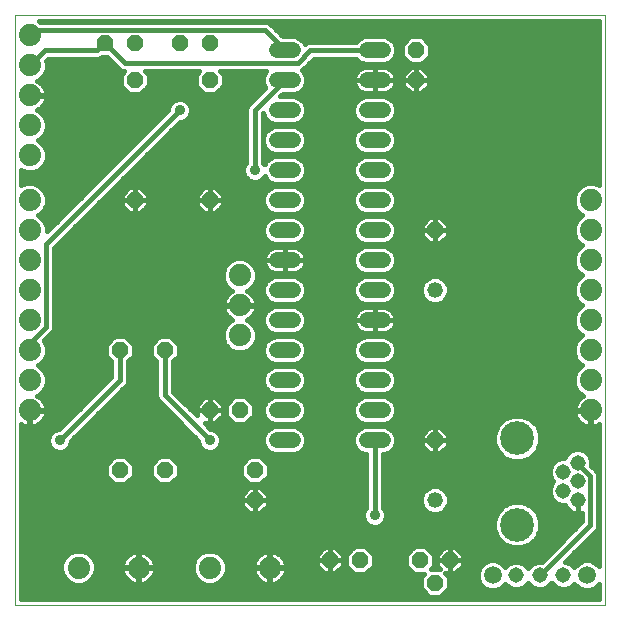
<source format=gbl>
G75*
%MOIN*%
%OFA0B0*%
%FSLAX25Y25*%
%IPPOS*%
%LPD*%
%AMOC8*
5,1,8,0,0,1.08239X$1,22.5*
%
%ADD10C,0.00000*%
%ADD11OC8,0.05200*%
%ADD12C,0.05200*%
%ADD13C,0.07400*%
%ADD14C,0.05150*%
%ADD15C,0.11220*%
%ADD16C,0.05937*%
%ADD17C,0.05200*%
%ADD18C,0.01600*%
%ADD19C,0.03562*%
D10*
X0006800Y0007548D02*
X0006800Y0204398D01*
X0203650Y0204398D01*
X0203650Y0007548D01*
X0006800Y0007548D01*
D11*
X0041800Y0052548D03*
X0056800Y0052548D03*
X0071800Y0072548D03*
X0081800Y0072548D03*
X0086800Y0052548D03*
X0086800Y0042548D03*
X0111800Y0022548D03*
X0121800Y0022548D03*
X0141800Y0022548D03*
X0146800Y0015048D03*
X0151800Y0022548D03*
X0146800Y0062548D03*
X0146800Y0132548D03*
X0140550Y0182548D03*
X0140550Y0192548D03*
X0071800Y0195048D03*
X0061800Y0195048D03*
X0071800Y0182548D03*
X0046800Y0182548D03*
X0046800Y0195048D03*
X0036800Y0195048D03*
X0046800Y0142548D03*
X0071800Y0142548D03*
X0056800Y0092548D03*
X0041800Y0092548D03*
D12*
X0094200Y0092548D02*
X0099400Y0092548D01*
X0099400Y0102548D02*
X0094200Y0102548D01*
X0094200Y0112548D02*
X0099400Y0112548D01*
X0099400Y0122548D02*
X0094200Y0122548D01*
X0094200Y0132548D02*
X0099400Y0132548D01*
X0099400Y0142548D02*
X0094200Y0142548D01*
X0094200Y0152548D02*
X0099400Y0152548D01*
X0099400Y0162548D02*
X0094200Y0162548D01*
X0094200Y0172548D02*
X0099400Y0172548D01*
X0099400Y0182548D02*
X0094200Y0182548D01*
X0094200Y0192548D02*
X0099400Y0192548D01*
X0124200Y0192548D02*
X0129400Y0192548D01*
X0129400Y0182548D02*
X0124200Y0182548D01*
X0124200Y0172548D02*
X0129400Y0172548D01*
X0129400Y0162548D02*
X0124200Y0162548D01*
X0124200Y0152548D02*
X0129400Y0152548D01*
X0129400Y0142548D02*
X0124200Y0142548D01*
X0124200Y0132548D02*
X0129400Y0132548D01*
X0129400Y0122548D02*
X0124200Y0122548D01*
X0124200Y0112548D02*
X0129400Y0112548D01*
X0129400Y0102548D02*
X0124200Y0102548D01*
X0124200Y0092548D02*
X0129400Y0092548D01*
X0129400Y0082548D02*
X0124200Y0082548D01*
X0124200Y0072548D02*
X0129400Y0072548D01*
X0129400Y0062548D02*
X0124200Y0062548D01*
X0099400Y0062548D02*
X0094200Y0062548D01*
X0094200Y0072548D02*
X0099400Y0072548D01*
X0099400Y0082548D02*
X0094200Y0082548D01*
D13*
X0081800Y0097548D03*
X0081800Y0107548D03*
X0081800Y0117548D03*
X0011800Y0112548D03*
X0011800Y0102548D03*
X0011800Y0092548D03*
X0011800Y0082548D03*
X0011800Y0072548D03*
X0011800Y0122548D03*
X0011800Y0132548D03*
X0011800Y0142548D03*
X0011800Y0157548D03*
X0011800Y0167548D03*
X0011800Y0177548D03*
X0011800Y0187548D03*
X0011800Y0197548D03*
X0028050Y0020048D03*
X0048050Y0020048D03*
X0071800Y0020048D03*
X0091800Y0020048D03*
X0198800Y0072548D03*
X0198800Y0082548D03*
X0198800Y0092548D03*
X0198800Y0102548D03*
X0198800Y0112548D03*
X0198800Y0122548D03*
X0198800Y0132548D03*
X0198800Y0142548D03*
D14*
X0194379Y0055097D03*
X0189654Y0051948D03*
X0194379Y0048798D03*
X0189654Y0045648D03*
X0194379Y0042499D03*
X0189674Y0017548D03*
X0181800Y0017548D03*
X0173926Y0017548D03*
D15*
X0174300Y0034428D03*
X0174300Y0063168D03*
D16*
X0166052Y0017548D03*
X0197548Y0017548D03*
D17*
X0146800Y0042548D03*
X0146800Y0112548D03*
D18*
X0148454Y0108254D02*
X0195033Y0108254D01*
X0195571Y0107716D02*
X0195976Y0107548D01*
X0195571Y0107380D01*
X0193968Y0105777D01*
X0193100Y0103682D01*
X0193100Y0101414D01*
X0193968Y0099319D01*
X0195571Y0097716D01*
X0195976Y0097548D01*
X0195571Y0097380D01*
X0193968Y0095777D01*
X0193100Y0093682D01*
X0193100Y0091414D01*
X0193968Y0089319D01*
X0195571Y0087716D01*
X0195976Y0087548D01*
X0195571Y0087380D01*
X0193968Y0085777D01*
X0193100Y0083682D01*
X0193100Y0081414D01*
X0193968Y0079319D01*
X0195571Y0077716D01*
X0196264Y0077429D01*
X0195917Y0077252D01*
X0195217Y0076743D01*
X0194605Y0076131D01*
X0194096Y0075431D01*
X0193703Y0074659D01*
X0193435Y0073836D01*
X0193300Y0072981D01*
X0193300Y0072748D01*
X0198600Y0072748D01*
X0198600Y0072348D01*
X0199000Y0072348D01*
X0199000Y0067048D01*
X0199233Y0067048D01*
X0200088Y0067183D01*
X0200911Y0067451D01*
X0201650Y0067828D01*
X0201650Y0020472D01*
X0200362Y0021760D01*
X0198536Y0022517D01*
X0196560Y0022517D01*
X0194734Y0021760D01*
X0193336Y0020362D01*
X0193334Y0020358D01*
X0192265Y0021426D01*
X0190584Y0022123D01*
X0190335Y0022123D01*
X0200927Y0032716D01*
X0201354Y0033745D01*
X0201354Y0051084D01*
X0200927Y0052113D01*
X0200140Y0052901D01*
X0198924Y0054116D01*
X0198954Y0054187D01*
X0198954Y0056007D01*
X0198257Y0057689D01*
X0196970Y0058976D01*
X0195289Y0059672D01*
X0193469Y0059672D01*
X0191787Y0058976D01*
X0190500Y0057689D01*
X0190017Y0056522D01*
X0188744Y0056522D01*
X0187063Y0055826D01*
X0185776Y0054539D01*
X0185080Y0052858D01*
X0185080Y0051038D01*
X0185776Y0049356D01*
X0186334Y0048798D01*
X0185776Y0048240D01*
X0185080Y0046558D01*
X0185080Y0044738D01*
X0185776Y0043057D01*
X0187063Y0041770D01*
X0188744Y0041074D01*
X0190242Y0041074D01*
X0190324Y0040819D01*
X0190637Y0040206D01*
X0191042Y0039649D01*
X0191529Y0039162D01*
X0192086Y0038757D01*
X0192699Y0038445D01*
X0193354Y0038232D01*
X0194034Y0038124D01*
X0194379Y0038124D01*
X0194723Y0038124D01*
X0195403Y0038232D01*
X0195754Y0038346D01*
X0195754Y0035461D01*
X0182415Y0022123D01*
X0180890Y0022123D01*
X0179209Y0021426D01*
X0177922Y0020139D01*
X0177863Y0019998D01*
X0177804Y0020139D01*
X0176517Y0021426D01*
X0174836Y0022123D01*
X0173016Y0022123D01*
X0171335Y0021426D01*
X0170266Y0020358D01*
X0170264Y0020362D01*
X0168866Y0021760D01*
X0167040Y0022517D01*
X0165064Y0022517D01*
X0163238Y0021760D01*
X0161840Y0020362D01*
X0161083Y0018536D01*
X0161083Y0016560D01*
X0161840Y0014734D01*
X0163238Y0013336D01*
X0165064Y0012580D01*
X0167040Y0012580D01*
X0168866Y0013336D01*
X0170264Y0014734D01*
X0170266Y0014738D01*
X0171335Y0013670D01*
X0173016Y0012973D01*
X0174836Y0012973D01*
X0176517Y0013670D01*
X0177804Y0014957D01*
X0177863Y0015098D01*
X0177922Y0014957D01*
X0179209Y0013670D01*
X0180890Y0012973D01*
X0182710Y0012973D01*
X0184391Y0013670D01*
X0185678Y0014957D01*
X0185737Y0015098D01*
X0185796Y0014957D01*
X0187083Y0013670D01*
X0188764Y0012973D01*
X0190584Y0012973D01*
X0192265Y0013670D01*
X0193334Y0014738D01*
X0193336Y0014734D01*
X0194734Y0013336D01*
X0196560Y0012580D01*
X0198536Y0012580D01*
X0200362Y0013336D01*
X0201650Y0014624D01*
X0201650Y0009548D01*
X0008800Y0009548D01*
X0008800Y0067929D01*
X0008917Y0067844D01*
X0009689Y0067451D01*
X0010512Y0067183D01*
X0011367Y0067048D01*
X0011600Y0067048D01*
X0011600Y0072348D01*
X0012000Y0072348D01*
X0012000Y0067048D01*
X0012233Y0067048D01*
X0013088Y0067183D01*
X0013911Y0067451D01*
X0014683Y0067844D01*
X0015383Y0068353D01*
X0015995Y0068965D01*
X0016504Y0069665D01*
X0016897Y0070437D01*
X0017165Y0071260D01*
X0017300Y0072115D01*
X0017300Y0072348D01*
X0012000Y0072348D01*
X0012000Y0072748D01*
X0017300Y0072748D01*
X0017300Y0072981D01*
X0017165Y0073836D01*
X0016897Y0074659D01*
X0016504Y0075431D01*
X0015995Y0076131D01*
X0015383Y0076743D01*
X0014683Y0077252D01*
X0014336Y0077429D01*
X0015029Y0077716D01*
X0016632Y0079319D01*
X0017500Y0081414D01*
X0017500Y0083682D01*
X0016632Y0085777D01*
X0015029Y0087380D01*
X0014624Y0087548D01*
X0015029Y0087716D01*
X0016632Y0089319D01*
X0017500Y0091414D01*
X0017500Y0093682D01*
X0016632Y0095777D01*
X0016558Y0095851D01*
X0018686Y0097979D01*
X0019474Y0098767D01*
X0019900Y0099796D01*
X0019900Y0126688D01*
X0061979Y0168767D01*
X0062552Y0168767D01*
X0063942Y0169343D01*
X0065005Y0170406D01*
X0065581Y0171796D01*
X0065581Y0173300D01*
X0065005Y0174690D01*
X0063942Y0175753D01*
X0062552Y0176329D01*
X0061048Y0176329D01*
X0059658Y0175753D01*
X0058595Y0174690D01*
X0058019Y0173300D01*
X0058019Y0172727D01*
X0017500Y0132208D01*
X0017500Y0133682D01*
X0016632Y0135777D01*
X0015029Y0137380D01*
X0014624Y0137548D01*
X0015029Y0137716D01*
X0016632Y0139319D01*
X0017500Y0141414D01*
X0017500Y0143682D01*
X0016632Y0145777D01*
X0015029Y0147380D01*
X0012934Y0148248D01*
X0010666Y0148248D01*
X0008800Y0147475D01*
X0008800Y0152621D01*
X0010666Y0151848D01*
X0012934Y0151848D01*
X0015029Y0152716D01*
X0016632Y0154319D01*
X0017500Y0156414D01*
X0017500Y0158682D01*
X0016632Y0160777D01*
X0015029Y0162380D01*
X0014624Y0162548D01*
X0015029Y0162716D01*
X0016632Y0164319D01*
X0017500Y0166414D01*
X0017500Y0168682D01*
X0016632Y0170777D01*
X0015029Y0172380D01*
X0014336Y0172667D01*
X0014683Y0172844D01*
X0015383Y0173353D01*
X0015995Y0173965D01*
X0016504Y0174665D01*
X0016897Y0175437D01*
X0017165Y0176260D01*
X0017300Y0177115D01*
X0017300Y0177348D01*
X0012000Y0177348D01*
X0012000Y0177748D01*
X0017300Y0177748D01*
X0017300Y0177981D01*
X0017165Y0178836D01*
X0016897Y0179659D01*
X0016504Y0180431D01*
X0015995Y0181131D01*
X0015383Y0181743D01*
X0014683Y0182252D01*
X0014336Y0182429D01*
X0015029Y0182716D01*
X0016632Y0184319D01*
X0017500Y0186414D01*
X0017500Y0188682D01*
X0017322Y0189111D01*
X0017960Y0189748D01*
X0034857Y0189748D01*
X0035886Y0190174D01*
X0036160Y0190448D01*
X0037440Y0190448D01*
X0041914Y0185974D01*
X0042943Y0185548D01*
X0043295Y0185548D01*
X0042200Y0184453D01*
X0042200Y0180643D01*
X0044895Y0177948D01*
X0048705Y0177948D01*
X0051400Y0180643D01*
X0051400Y0184453D01*
X0050305Y0185548D01*
X0068295Y0185548D01*
X0067200Y0184453D01*
X0067200Y0180643D01*
X0069895Y0177948D01*
X0073705Y0177948D01*
X0076400Y0180643D01*
X0076400Y0184453D01*
X0075305Y0185548D01*
X0090695Y0185548D01*
X0090300Y0185154D01*
X0089600Y0183463D01*
X0089600Y0181633D01*
X0090281Y0179989D01*
X0085214Y0174922D01*
X0084426Y0174134D01*
X0084000Y0173105D01*
X0084000Y0155095D01*
X0083595Y0154690D01*
X0083019Y0153300D01*
X0083019Y0151796D01*
X0083595Y0150406D01*
X0084658Y0149343D01*
X0086048Y0148767D01*
X0087552Y0148767D01*
X0088942Y0149343D01*
X0090005Y0150406D01*
X0090057Y0150530D01*
X0090300Y0149942D01*
X0091594Y0148648D01*
X0093285Y0147948D01*
X0100315Y0147948D01*
X0102006Y0148648D01*
X0103300Y0149942D01*
X0104000Y0151633D01*
X0104000Y0153463D01*
X0103300Y0155154D01*
X0102006Y0156448D01*
X0100315Y0157148D01*
X0093285Y0157148D01*
X0091594Y0156448D01*
X0090300Y0155154D01*
X0090057Y0154566D01*
X0090005Y0154690D01*
X0089600Y0155095D01*
X0089600Y0171388D01*
X0089672Y0171460D01*
X0090300Y0169942D01*
X0091594Y0168648D01*
X0093285Y0167948D01*
X0100315Y0167948D01*
X0102006Y0168648D01*
X0103300Y0169942D01*
X0104000Y0171633D01*
X0104000Y0173463D01*
X0103300Y0175154D01*
X0102006Y0176448D01*
X0100315Y0177148D01*
X0095360Y0177148D01*
X0096160Y0177948D01*
X0100315Y0177948D01*
X0102006Y0178648D01*
X0103300Y0179942D01*
X0104000Y0181633D01*
X0104000Y0183463D01*
X0103300Y0185154D01*
X0102551Y0185902D01*
X0102726Y0185974D01*
X0103513Y0186762D01*
X0106500Y0189748D01*
X0120495Y0189748D01*
X0121594Y0188648D01*
X0123285Y0187948D01*
X0130315Y0187948D01*
X0132006Y0188648D01*
X0133300Y0189942D01*
X0134000Y0191633D01*
X0134000Y0193463D01*
X0133300Y0195154D01*
X0132006Y0196448D01*
X0130315Y0197148D01*
X0123285Y0197148D01*
X0121594Y0196448D01*
X0120495Y0195348D01*
X0104783Y0195348D01*
X0103754Y0194922D01*
X0103501Y0194669D01*
X0103300Y0195154D01*
X0102006Y0196448D01*
X0100315Y0197148D01*
X0096160Y0197148D01*
X0092474Y0200834D01*
X0091686Y0201622D01*
X0090657Y0202048D01*
X0015361Y0202048D01*
X0015029Y0202380D01*
X0014985Y0202398D01*
X0201650Y0202398D01*
X0201650Y0147537D01*
X0199934Y0148248D01*
X0197666Y0148248D01*
X0195571Y0147380D01*
X0193968Y0145777D01*
X0193100Y0143682D01*
X0193100Y0141414D01*
X0193968Y0139319D01*
X0195571Y0137716D01*
X0195976Y0137548D01*
X0195571Y0137380D01*
X0193968Y0135777D01*
X0193100Y0133682D01*
X0193100Y0131414D01*
X0193968Y0129319D01*
X0195571Y0127716D01*
X0195976Y0127548D01*
X0195571Y0127380D01*
X0193968Y0125777D01*
X0193100Y0123682D01*
X0193100Y0121414D01*
X0193968Y0119319D01*
X0195571Y0117716D01*
X0195976Y0117548D01*
X0195571Y0117380D01*
X0193968Y0115777D01*
X0193100Y0113682D01*
X0193100Y0111414D01*
X0193968Y0109319D01*
X0195571Y0107716D01*
X0194847Y0106656D02*
X0130996Y0106656D01*
X0131089Y0106626D02*
X0130430Y0106840D01*
X0129746Y0106948D01*
X0126800Y0106948D01*
X0126800Y0102548D01*
X0126800Y0098148D01*
X0129746Y0098148D01*
X0130430Y0098256D01*
X0131089Y0098470D01*
X0131706Y0098785D01*
X0132266Y0099192D01*
X0132756Y0099682D01*
X0133163Y0100242D01*
X0133478Y0100859D01*
X0133692Y0101518D01*
X0133800Y0102202D01*
X0133800Y0102548D01*
X0126800Y0102548D01*
X0126800Y0102548D01*
X0126800Y0098148D01*
X0123854Y0098148D01*
X0123170Y0098256D01*
X0122511Y0098470D01*
X0121894Y0098785D01*
X0121334Y0099192D01*
X0120844Y0099682D01*
X0120437Y0100242D01*
X0120122Y0100859D01*
X0119908Y0101518D01*
X0119800Y0102202D01*
X0119800Y0102548D01*
X0126800Y0102548D01*
X0126800Y0102548D01*
X0126800Y0102548D01*
X0133800Y0102548D01*
X0133800Y0102894D01*
X0133692Y0103578D01*
X0133478Y0104237D01*
X0133163Y0104854D01*
X0132756Y0105414D01*
X0132266Y0105904D01*
X0131706Y0106311D01*
X0131089Y0106626D01*
X0130315Y0107948D02*
X0132006Y0108648D01*
X0133300Y0109942D01*
X0134000Y0111633D01*
X0134000Y0113463D01*
X0133300Y0115154D01*
X0132006Y0116448D01*
X0130315Y0117148D01*
X0123285Y0117148D01*
X0121594Y0116448D01*
X0120300Y0115154D01*
X0119600Y0113463D01*
X0119600Y0111633D01*
X0120300Y0109942D01*
X0121594Y0108648D01*
X0123285Y0107948D01*
X0130315Y0107948D01*
X0131054Y0108254D02*
X0145146Y0108254D01*
X0145885Y0107948D02*
X0144194Y0108648D01*
X0142900Y0109942D01*
X0142200Y0111633D01*
X0142200Y0113463D01*
X0142900Y0115154D01*
X0144194Y0116448D01*
X0145885Y0117148D01*
X0147715Y0117148D01*
X0149406Y0116448D01*
X0150700Y0115154D01*
X0151400Y0113463D01*
X0151400Y0111633D01*
X0150700Y0109942D01*
X0149406Y0108648D01*
X0147715Y0107948D01*
X0145885Y0107948D01*
X0142990Y0109853D02*
X0133210Y0109853D01*
X0133925Y0111451D02*
X0142275Y0111451D01*
X0142200Y0113050D02*
X0134000Y0113050D01*
X0133509Y0114648D02*
X0142691Y0114648D01*
X0143993Y0116247D02*
X0132207Y0116247D01*
X0132006Y0118648D02*
X0133300Y0119942D01*
X0134000Y0121633D01*
X0134000Y0123463D01*
X0133300Y0125154D01*
X0132006Y0126448D01*
X0130315Y0127148D01*
X0123285Y0127148D01*
X0121594Y0126448D01*
X0120300Y0125154D01*
X0119600Y0123463D01*
X0119600Y0121633D01*
X0120300Y0119942D01*
X0121594Y0118648D01*
X0123285Y0117948D01*
X0130315Y0117948D01*
X0132006Y0118648D01*
X0132801Y0119444D02*
X0193916Y0119444D01*
X0193254Y0121042D02*
X0133755Y0121042D01*
X0134000Y0122641D02*
X0193100Y0122641D01*
X0193331Y0124239D02*
X0133678Y0124239D01*
X0132616Y0125838D02*
X0194029Y0125838D01*
X0195707Y0127436D02*
X0020648Y0127436D01*
X0019900Y0125838D02*
X0091267Y0125838D01*
X0091334Y0125904D02*
X0090844Y0125414D01*
X0090437Y0124854D01*
X0090122Y0124237D01*
X0089908Y0123578D01*
X0089800Y0122894D01*
X0089800Y0122548D01*
X0089800Y0122202D01*
X0089908Y0121518D01*
X0090122Y0120859D01*
X0090437Y0120242D01*
X0090844Y0119682D01*
X0091334Y0119192D01*
X0091894Y0118785D01*
X0092511Y0118470D01*
X0093170Y0118256D01*
X0093854Y0118148D01*
X0096800Y0118148D01*
X0099746Y0118148D01*
X0100430Y0118256D01*
X0101089Y0118470D01*
X0101706Y0118785D01*
X0102266Y0119192D01*
X0102756Y0119682D01*
X0103163Y0120242D01*
X0103478Y0120859D01*
X0103692Y0121518D01*
X0103800Y0122202D01*
X0103800Y0122548D01*
X0096800Y0122548D01*
X0096800Y0118148D01*
X0096800Y0122548D01*
X0096800Y0122548D01*
X0096800Y0122548D01*
X0089800Y0122548D01*
X0096800Y0122548D01*
X0096800Y0122548D01*
X0103800Y0122548D01*
X0103800Y0122894D01*
X0103692Y0123578D01*
X0103478Y0124237D01*
X0103163Y0124854D01*
X0102756Y0125414D01*
X0102266Y0125904D01*
X0101706Y0126311D01*
X0101089Y0126626D01*
X0100430Y0126840D01*
X0099746Y0126948D01*
X0096800Y0126948D01*
X0096800Y0122548D01*
X0096800Y0122548D01*
X0096800Y0126948D01*
X0093854Y0126948D01*
X0093170Y0126840D01*
X0092511Y0126626D01*
X0091894Y0126311D01*
X0091334Y0125904D01*
X0090124Y0124239D02*
X0019900Y0124239D01*
X0019900Y0122641D02*
X0079200Y0122641D01*
X0078571Y0122380D02*
X0080666Y0123248D01*
X0082934Y0123248D01*
X0085029Y0122380D01*
X0086632Y0120777D01*
X0087500Y0118682D01*
X0087500Y0116414D01*
X0086632Y0114319D01*
X0085029Y0112716D01*
X0084336Y0112429D01*
X0084683Y0112252D01*
X0085383Y0111743D01*
X0085995Y0111131D01*
X0086504Y0110431D01*
X0086897Y0109659D01*
X0087165Y0108836D01*
X0087300Y0107981D01*
X0087300Y0107748D01*
X0082000Y0107748D01*
X0082000Y0107348D01*
X0087300Y0107348D01*
X0087300Y0107115D01*
X0087165Y0106260D01*
X0086897Y0105437D01*
X0086504Y0104665D01*
X0085995Y0103965D01*
X0085383Y0103353D01*
X0084683Y0102844D01*
X0084336Y0102667D01*
X0085029Y0102380D01*
X0086632Y0100777D01*
X0087500Y0098682D01*
X0087500Y0096414D01*
X0086632Y0094319D01*
X0085029Y0092716D01*
X0082934Y0091848D01*
X0080666Y0091848D01*
X0078571Y0092716D01*
X0076968Y0094319D01*
X0076100Y0096414D01*
X0076100Y0098682D01*
X0076968Y0100777D01*
X0078571Y0102380D01*
X0079264Y0102667D01*
X0078917Y0102844D01*
X0078217Y0103353D01*
X0077605Y0103965D01*
X0077096Y0104665D01*
X0076703Y0105437D01*
X0076435Y0106260D01*
X0076300Y0107115D01*
X0076300Y0107348D01*
X0081600Y0107348D01*
X0081600Y0107748D01*
X0076300Y0107748D01*
X0076300Y0107981D01*
X0076435Y0108836D01*
X0076703Y0109659D01*
X0077096Y0110431D01*
X0077605Y0111131D01*
X0078217Y0111743D01*
X0078917Y0112252D01*
X0079264Y0112429D01*
X0078571Y0112716D01*
X0076968Y0114319D01*
X0076100Y0116414D01*
X0076100Y0118682D01*
X0076968Y0120777D01*
X0078571Y0122380D01*
X0077233Y0121042D02*
X0019900Y0121042D01*
X0019900Y0119444D02*
X0076416Y0119444D01*
X0076100Y0117845D02*
X0019900Y0117845D01*
X0019900Y0116247D02*
X0076169Y0116247D01*
X0076831Y0114648D02*
X0019900Y0114648D01*
X0019900Y0113050D02*
X0078237Y0113050D01*
X0077925Y0111451D02*
X0019900Y0111451D01*
X0019900Y0109853D02*
X0076802Y0109853D01*
X0076343Y0108254D02*
X0019900Y0108254D01*
X0019900Y0106656D02*
X0076373Y0106656D01*
X0076896Y0105057D02*
X0019900Y0105057D01*
X0019900Y0103459D02*
X0078111Y0103459D01*
X0078051Y0101860D02*
X0019900Y0101860D01*
X0019900Y0100262D02*
X0076754Y0100262D01*
X0076100Y0098663D02*
X0019370Y0098663D01*
X0017772Y0097065D02*
X0039811Y0097065D01*
X0039895Y0097148D02*
X0037200Y0094453D01*
X0037200Y0090643D01*
X0039000Y0088843D01*
X0039000Y0083708D01*
X0021621Y0066329D01*
X0021048Y0066329D01*
X0019658Y0065753D01*
X0018595Y0064690D01*
X0018019Y0063300D01*
X0018019Y0061796D01*
X0018595Y0060406D01*
X0019658Y0059343D01*
X0021048Y0058767D01*
X0022552Y0058767D01*
X0023942Y0059343D01*
X0025005Y0060406D01*
X0025581Y0061796D01*
X0025581Y0062369D01*
X0043386Y0080174D01*
X0044174Y0080962D01*
X0044600Y0081991D01*
X0044600Y0088843D01*
X0046400Y0090643D01*
X0046400Y0094453D01*
X0043705Y0097148D01*
X0039895Y0097148D01*
X0038213Y0095466D02*
X0016761Y0095466D01*
X0017423Y0093868D02*
X0037200Y0093868D01*
X0037200Y0092269D02*
X0017500Y0092269D01*
X0017192Y0090671D02*
X0037200Y0090671D01*
X0038771Y0089072D02*
X0016385Y0089072D01*
X0014803Y0087474D02*
X0039000Y0087474D01*
X0039000Y0085875D02*
X0016534Y0085875D01*
X0017254Y0084277D02*
X0039000Y0084277D01*
X0037970Y0082678D02*
X0017500Y0082678D01*
X0017361Y0081080D02*
X0036372Y0081080D01*
X0034773Y0079481D02*
X0016699Y0079481D01*
X0015196Y0077883D02*
X0033175Y0077883D01*
X0031576Y0076284D02*
X0015842Y0076284D01*
X0016884Y0074686D02*
X0029978Y0074686D01*
X0028379Y0073087D02*
X0017283Y0073087D01*
X0017201Y0071488D02*
X0026781Y0071488D01*
X0025182Y0069890D02*
X0016618Y0069890D01*
X0015298Y0068291D02*
X0023584Y0068291D01*
X0021985Y0066693D02*
X0008800Y0066693D01*
X0008800Y0065094D02*
X0018999Y0065094D01*
X0018100Y0063496D02*
X0008800Y0063496D01*
X0008800Y0061897D02*
X0018019Y0061897D01*
X0018702Y0060299D02*
X0008800Y0060299D01*
X0008800Y0058700D02*
X0091542Y0058700D01*
X0091594Y0058648D02*
X0093285Y0057948D01*
X0100315Y0057948D01*
X0102006Y0058648D01*
X0103300Y0059942D01*
X0104000Y0061633D01*
X0104000Y0063463D01*
X0103300Y0065154D01*
X0102006Y0066448D01*
X0100315Y0067148D01*
X0093285Y0067148D01*
X0091594Y0066448D01*
X0090300Y0065154D01*
X0089600Y0063463D01*
X0089600Y0061633D01*
X0090300Y0059942D01*
X0091594Y0058648D01*
X0090153Y0060299D02*
X0074898Y0060299D01*
X0075005Y0060406D02*
X0075581Y0061796D01*
X0075581Y0063300D01*
X0075005Y0064690D01*
X0073942Y0065753D01*
X0072552Y0066329D01*
X0071979Y0066329D01*
X0070160Y0068148D01*
X0071800Y0068148D01*
X0073623Y0068148D01*
X0076200Y0070725D01*
X0076200Y0072548D01*
X0071800Y0072548D01*
X0071800Y0068148D01*
X0071800Y0072548D01*
X0071800Y0072548D01*
X0071800Y0072548D01*
X0067400Y0072548D01*
X0067400Y0070908D01*
X0059600Y0078708D01*
X0059600Y0088843D01*
X0061400Y0090643D01*
X0061400Y0094453D01*
X0058705Y0097148D01*
X0054895Y0097148D01*
X0052200Y0094453D01*
X0052200Y0090643D01*
X0054000Y0088843D01*
X0054000Y0076991D01*
X0054426Y0075962D01*
X0055214Y0075174D01*
X0068019Y0062369D01*
X0068019Y0061796D01*
X0068595Y0060406D01*
X0069658Y0059343D01*
X0071048Y0058767D01*
X0072552Y0058767D01*
X0073942Y0059343D01*
X0075005Y0060406D01*
X0075581Y0061897D02*
X0089600Y0061897D01*
X0089614Y0063496D02*
X0075500Y0063496D01*
X0074601Y0065094D02*
X0090276Y0065094D01*
X0092186Y0066693D02*
X0071615Y0066693D01*
X0071800Y0068291D02*
X0071800Y0068291D01*
X0071800Y0069890D02*
X0071800Y0069890D01*
X0071800Y0071488D02*
X0071800Y0071488D01*
X0071800Y0072548D02*
X0071800Y0072548D01*
X0076200Y0072548D01*
X0076200Y0074371D01*
X0073623Y0076948D01*
X0071800Y0076948D01*
X0071800Y0072548D01*
X0067400Y0072548D01*
X0067400Y0074371D01*
X0069977Y0076948D01*
X0071800Y0076948D01*
X0071800Y0072548D01*
X0071800Y0072548D01*
X0071800Y0073087D02*
X0071800Y0073087D01*
X0071800Y0074686D02*
X0071800Y0074686D01*
X0071800Y0076284D02*
X0071800Y0076284D01*
X0074287Y0076284D02*
X0079031Y0076284D01*
X0079895Y0077148D02*
X0077200Y0074453D01*
X0077200Y0070643D01*
X0079895Y0067948D01*
X0083705Y0067948D01*
X0086400Y0070643D01*
X0086400Y0074453D01*
X0083705Y0077148D01*
X0079895Y0077148D01*
X0077432Y0074686D02*
X0075885Y0074686D01*
X0076200Y0073087D02*
X0077200Y0073087D01*
X0077200Y0071488D02*
X0076200Y0071488D01*
X0075364Y0069890D02*
X0077953Y0069890D01*
X0079551Y0068291D02*
X0073766Y0068291D01*
X0071800Y0062548D02*
X0056800Y0077548D01*
X0056800Y0092548D01*
X0061400Y0092269D02*
X0079650Y0092269D01*
X0077419Y0093868D02*
X0061400Y0093868D01*
X0060387Y0095466D02*
X0076493Y0095466D01*
X0076100Y0097065D02*
X0058789Y0097065D01*
X0054811Y0097065D02*
X0043789Y0097065D01*
X0045387Y0095466D02*
X0053213Y0095466D01*
X0052200Y0093868D02*
X0046400Y0093868D01*
X0046400Y0092269D02*
X0052200Y0092269D01*
X0052200Y0090671D02*
X0046400Y0090671D01*
X0044829Y0089072D02*
X0053771Y0089072D01*
X0054000Y0087474D02*
X0044600Y0087474D01*
X0044600Y0085875D02*
X0054000Y0085875D01*
X0054000Y0084277D02*
X0044600Y0084277D01*
X0044600Y0082678D02*
X0054000Y0082678D01*
X0054000Y0081080D02*
X0044222Y0081080D01*
X0042693Y0079481D02*
X0054000Y0079481D01*
X0054000Y0077883D02*
X0041094Y0077883D01*
X0039496Y0076284D02*
X0054293Y0076284D01*
X0055703Y0074686D02*
X0037897Y0074686D01*
X0036299Y0073087D02*
X0057301Y0073087D01*
X0058900Y0071488D02*
X0034700Y0071488D01*
X0033102Y0069890D02*
X0060498Y0069890D01*
X0062097Y0068291D02*
X0031503Y0068291D01*
X0029905Y0066693D02*
X0063695Y0066693D01*
X0065294Y0065094D02*
X0028306Y0065094D01*
X0026708Y0063496D02*
X0066892Y0063496D01*
X0068019Y0061897D02*
X0025581Y0061897D01*
X0024898Y0060299D02*
X0068702Y0060299D01*
X0061400Y0054453D02*
X0061400Y0050643D01*
X0058705Y0047948D01*
X0054895Y0047948D01*
X0052200Y0050643D01*
X0052200Y0054453D01*
X0054895Y0057148D01*
X0058705Y0057148D01*
X0061400Y0054453D01*
X0061400Y0053905D02*
X0082200Y0053905D01*
X0082200Y0054453D02*
X0082200Y0050643D01*
X0084895Y0047948D01*
X0088705Y0047948D01*
X0091400Y0050643D01*
X0091400Y0054453D01*
X0088705Y0057148D01*
X0084895Y0057148D01*
X0082200Y0054453D01*
X0083250Y0055503D02*
X0060350Y0055503D01*
X0058752Y0057102D02*
X0084848Y0057102D01*
X0088752Y0057102D02*
X0124000Y0057102D01*
X0124000Y0057948D02*
X0124000Y0040095D01*
X0123595Y0039690D01*
X0123019Y0038300D01*
X0123019Y0036796D01*
X0123595Y0035406D01*
X0124658Y0034343D01*
X0126048Y0033767D01*
X0127552Y0033767D01*
X0128942Y0034343D01*
X0130005Y0035406D01*
X0130581Y0036796D01*
X0130581Y0038300D01*
X0130005Y0039690D01*
X0129600Y0040095D01*
X0129600Y0057948D01*
X0130315Y0057948D01*
X0132006Y0058648D01*
X0133300Y0059942D01*
X0134000Y0061633D01*
X0134000Y0063463D01*
X0133300Y0065154D01*
X0132006Y0066448D01*
X0130315Y0067148D01*
X0123285Y0067148D01*
X0121594Y0066448D01*
X0120300Y0065154D01*
X0119600Y0063463D01*
X0119600Y0061633D01*
X0120300Y0059942D01*
X0121594Y0058648D01*
X0123285Y0057948D01*
X0124000Y0057948D01*
X0124000Y0055503D02*
X0090350Y0055503D01*
X0091400Y0053905D02*
X0124000Y0053905D01*
X0124000Y0052306D02*
X0091400Y0052306D01*
X0091400Y0050708D02*
X0124000Y0050708D01*
X0124000Y0049109D02*
X0089867Y0049109D01*
X0088623Y0046948D02*
X0086800Y0046948D01*
X0086800Y0042548D01*
X0086800Y0038148D01*
X0088623Y0038148D01*
X0091200Y0040725D01*
X0091200Y0042548D01*
X0086800Y0042548D01*
X0086800Y0042548D01*
X0086800Y0042548D01*
X0086800Y0038148D01*
X0084977Y0038148D01*
X0082400Y0040725D01*
X0082400Y0042548D01*
X0086800Y0042548D01*
X0086800Y0042548D01*
X0091200Y0042548D01*
X0091200Y0044371D01*
X0088623Y0046948D01*
X0089658Y0045912D02*
X0124000Y0045912D01*
X0124000Y0044314D02*
X0091200Y0044314D01*
X0091200Y0042715D02*
X0124000Y0042715D01*
X0124000Y0041117D02*
X0091200Y0041117D01*
X0089993Y0039518D02*
X0123523Y0039518D01*
X0123019Y0037920D02*
X0008800Y0037920D01*
X0008800Y0039518D02*
X0083607Y0039518D01*
X0082400Y0041117D02*
X0008800Y0041117D01*
X0008800Y0042715D02*
X0082400Y0042715D01*
X0082400Y0042548D02*
X0086800Y0042548D01*
X0086800Y0042548D01*
X0086800Y0046948D01*
X0084977Y0046948D01*
X0082400Y0044371D01*
X0082400Y0042548D01*
X0082400Y0044314D02*
X0008800Y0044314D01*
X0008800Y0045912D02*
X0083942Y0045912D01*
X0086800Y0045912D02*
X0086800Y0045912D01*
X0086800Y0044314D02*
X0086800Y0044314D01*
X0086800Y0042715D02*
X0086800Y0042715D01*
X0086800Y0041117D02*
X0086800Y0041117D01*
X0086800Y0039518D02*
X0086800Y0039518D01*
X0083733Y0049109D02*
X0059867Y0049109D01*
X0061400Y0050708D02*
X0082200Y0050708D01*
X0082200Y0052306D02*
X0061400Y0052306D01*
X0054848Y0057102D02*
X0043752Y0057102D01*
X0043705Y0057148D02*
X0039895Y0057148D01*
X0037200Y0054453D01*
X0037200Y0050643D01*
X0039895Y0047948D01*
X0043705Y0047948D01*
X0046400Y0050643D01*
X0046400Y0054453D01*
X0043705Y0057148D01*
X0045350Y0055503D02*
X0053250Y0055503D01*
X0052200Y0053905D02*
X0046400Y0053905D01*
X0046400Y0052306D02*
X0052200Y0052306D01*
X0052200Y0050708D02*
X0046400Y0050708D01*
X0044867Y0049109D02*
X0053733Y0049109D01*
X0038733Y0049109D02*
X0008800Y0049109D01*
X0008800Y0047511D02*
X0124000Y0047511D01*
X0129600Y0047511D02*
X0185474Y0047511D01*
X0185080Y0045912D02*
X0149941Y0045912D01*
X0149406Y0046448D02*
X0150700Y0045154D01*
X0151400Y0043463D01*
X0151400Y0041633D01*
X0150700Y0039942D01*
X0149406Y0038648D01*
X0147715Y0037948D01*
X0145885Y0037948D01*
X0144194Y0038648D01*
X0142900Y0039942D01*
X0142200Y0041633D01*
X0142200Y0043463D01*
X0142900Y0045154D01*
X0144194Y0046448D01*
X0145885Y0047148D01*
X0147715Y0047148D01*
X0149406Y0046448D01*
X0151048Y0044314D02*
X0185255Y0044314D01*
X0186118Y0042715D02*
X0151400Y0042715D01*
X0151186Y0041117D02*
X0170562Y0041117D01*
X0169989Y0040880D02*
X0167848Y0038739D01*
X0166690Y0035942D01*
X0166690Y0032914D01*
X0167848Y0030117D01*
X0169989Y0027976D01*
X0172786Y0026818D01*
X0175814Y0026818D01*
X0178611Y0027976D01*
X0180752Y0030117D01*
X0181910Y0032914D01*
X0181910Y0035942D01*
X0180752Y0038739D01*
X0178611Y0040880D01*
X0175814Y0042038D01*
X0172786Y0042038D01*
X0169989Y0040880D01*
X0168628Y0039518D02*
X0150276Y0039518D01*
X0143324Y0039518D02*
X0130077Y0039518D01*
X0129600Y0041117D02*
X0142414Y0041117D01*
X0142200Y0042715D02*
X0129600Y0042715D01*
X0129600Y0044314D02*
X0142552Y0044314D01*
X0143659Y0045912D02*
X0129600Y0045912D01*
X0129600Y0049109D02*
X0186023Y0049109D01*
X0185216Y0050708D02*
X0129600Y0050708D01*
X0129600Y0052306D02*
X0185080Y0052306D01*
X0185513Y0053905D02*
X0129600Y0053905D01*
X0129600Y0055503D02*
X0186740Y0055503D01*
X0190257Y0057102D02*
X0178996Y0057102D01*
X0178611Y0056716D02*
X0180752Y0058857D01*
X0181910Y0061654D01*
X0181910Y0064682D01*
X0180752Y0067479D01*
X0178611Y0069620D01*
X0175814Y0070778D01*
X0172786Y0070778D01*
X0169989Y0069620D01*
X0167848Y0067479D01*
X0166690Y0064682D01*
X0166690Y0061654D01*
X0167848Y0058857D01*
X0169989Y0056716D01*
X0172786Y0055558D01*
X0175814Y0055558D01*
X0178611Y0056716D01*
X0180595Y0058700D02*
X0191512Y0058700D01*
X0194379Y0055097D02*
X0194379Y0054702D01*
X0198554Y0050527D01*
X0198554Y0034302D01*
X0181800Y0017548D01*
X0180436Y0021935D02*
X0175290Y0021935D01*
X0177608Y0020336D02*
X0178118Y0020336D01*
X0172562Y0021935D02*
X0168445Y0021935D01*
X0163659Y0021935D02*
X0156200Y0021935D01*
X0156200Y0022548D02*
X0151800Y0022548D01*
X0151800Y0018148D01*
X0153623Y0018148D01*
X0156200Y0020725D01*
X0156200Y0022548D01*
X0156200Y0024371D01*
X0153623Y0026948D01*
X0151800Y0026948D01*
X0151800Y0022548D01*
X0151800Y0022548D01*
X0151800Y0022548D01*
X0151800Y0018148D01*
X0150205Y0018148D01*
X0151400Y0016953D01*
X0151400Y0013143D01*
X0148705Y0010448D01*
X0144895Y0010448D01*
X0142200Y0013143D01*
X0142200Y0016953D01*
X0143195Y0017948D01*
X0139895Y0017948D01*
X0137200Y0020643D01*
X0137200Y0024453D01*
X0139895Y0027148D01*
X0143705Y0027148D01*
X0146400Y0024453D01*
X0146400Y0020643D01*
X0145405Y0019648D01*
X0148477Y0019648D01*
X0147400Y0020725D01*
X0147400Y0022548D01*
X0151800Y0022548D01*
X0151800Y0022548D01*
X0156200Y0022548D01*
X0156200Y0023533D02*
X0183825Y0023533D01*
X0185424Y0025132D02*
X0155439Y0025132D01*
X0153840Y0026730D02*
X0187022Y0026730D01*
X0188621Y0028329D02*
X0178963Y0028329D01*
X0180562Y0029927D02*
X0190219Y0029927D01*
X0191818Y0031526D02*
X0181335Y0031526D01*
X0181910Y0033124D02*
X0193416Y0033124D01*
X0195015Y0034723D02*
X0181910Y0034723D01*
X0181753Y0036321D02*
X0195754Y0036321D01*
X0195754Y0037920D02*
X0181091Y0037920D01*
X0179972Y0039518D02*
X0191172Y0039518D01*
X0188640Y0041117D02*
X0178038Y0041117D01*
X0167509Y0037920D02*
X0130581Y0037920D01*
X0130384Y0036321D02*
X0166847Y0036321D01*
X0166690Y0034723D02*
X0129322Y0034723D01*
X0126800Y0037548D02*
X0126800Y0062548D01*
X0129600Y0057102D02*
X0169604Y0057102D01*
X0168005Y0058700D02*
X0149175Y0058700D01*
X0148623Y0058148D02*
X0146800Y0058148D01*
X0146800Y0062548D01*
X0146800Y0062548D01*
X0146800Y0062548D01*
X0151200Y0062548D01*
X0151200Y0060725D01*
X0148623Y0058148D01*
X0146800Y0058148D02*
X0146800Y0062548D01*
X0142400Y0062548D01*
X0142400Y0060725D01*
X0144977Y0058148D01*
X0146800Y0058148D01*
X0146800Y0058700D02*
X0146800Y0058700D01*
X0146800Y0060299D02*
X0146800Y0060299D01*
X0146800Y0061897D02*
X0146800Y0061897D01*
X0146800Y0062548D02*
X0146800Y0062548D01*
X0151200Y0062548D01*
X0151200Y0064371D01*
X0148623Y0066948D01*
X0146800Y0066948D01*
X0146800Y0062548D01*
X0142400Y0062548D01*
X0142400Y0064371D01*
X0144977Y0066948D01*
X0146800Y0066948D01*
X0146800Y0062548D01*
X0146800Y0062548D01*
X0146800Y0063496D02*
X0146800Y0063496D01*
X0146800Y0065094D02*
X0146800Y0065094D01*
X0146800Y0066693D02*
X0146800Y0066693D01*
X0148878Y0066693D02*
X0167523Y0066693D01*
X0166861Y0065094D02*
X0150476Y0065094D01*
X0151200Y0063496D02*
X0166690Y0063496D01*
X0166690Y0061897D02*
X0151200Y0061897D01*
X0150773Y0060299D02*
X0167251Y0060299D01*
X0168661Y0068291D02*
X0131144Y0068291D01*
X0130315Y0067948D02*
X0132006Y0068648D01*
X0133300Y0069942D01*
X0134000Y0071633D01*
X0134000Y0073463D01*
X0133300Y0075154D01*
X0132006Y0076448D01*
X0130315Y0077148D01*
X0123285Y0077148D01*
X0121594Y0076448D01*
X0120300Y0075154D01*
X0119600Y0073463D01*
X0119600Y0071633D01*
X0120300Y0069942D01*
X0121594Y0068648D01*
X0123285Y0067948D01*
X0130315Y0067948D01*
X0131414Y0066693D02*
X0144722Y0066693D01*
X0143124Y0065094D02*
X0133324Y0065094D01*
X0133986Y0063496D02*
X0142400Y0063496D01*
X0142400Y0061897D02*
X0134000Y0061897D01*
X0133447Y0060299D02*
X0142827Y0060299D01*
X0144425Y0058700D02*
X0132058Y0058700D01*
X0122186Y0066693D02*
X0101414Y0066693D01*
X0101144Y0068291D02*
X0122456Y0068291D01*
X0120353Y0069890D02*
X0103247Y0069890D01*
X0103300Y0069942D02*
X0104000Y0071633D01*
X0104000Y0073463D01*
X0103300Y0075154D01*
X0102006Y0076448D01*
X0100315Y0077148D01*
X0093285Y0077148D01*
X0091594Y0076448D01*
X0090300Y0075154D01*
X0089600Y0073463D01*
X0089600Y0071633D01*
X0090300Y0069942D01*
X0091594Y0068648D01*
X0093285Y0067948D01*
X0100315Y0067948D01*
X0102006Y0068648D01*
X0103300Y0069942D01*
X0103940Y0071488D02*
X0119660Y0071488D01*
X0119600Y0073087D02*
X0104000Y0073087D01*
X0103494Y0074686D02*
X0120106Y0074686D01*
X0121431Y0076284D02*
X0102169Y0076284D01*
X0102006Y0078648D02*
X0100315Y0077948D01*
X0093285Y0077948D01*
X0091594Y0078648D01*
X0090300Y0079942D01*
X0089600Y0081633D01*
X0089600Y0083463D01*
X0090300Y0085154D01*
X0091594Y0086448D01*
X0093285Y0087148D01*
X0100315Y0087148D01*
X0102006Y0086448D01*
X0103300Y0085154D01*
X0104000Y0083463D01*
X0104000Y0081633D01*
X0103300Y0079942D01*
X0102006Y0078648D01*
X0102838Y0079481D02*
X0120762Y0079481D01*
X0120300Y0079942D02*
X0121594Y0078648D01*
X0123285Y0077948D01*
X0130315Y0077948D01*
X0132006Y0078648D01*
X0133300Y0079942D01*
X0134000Y0081633D01*
X0134000Y0083463D01*
X0133300Y0085154D01*
X0132006Y0086448D01*
X0130315Y0087148D01*
X0123285Y0087148D01*
X0121594Y0086448D01*
X0120300Y0085154D01*
X0119600Y0083463D01*
X0119600Y0081633D01*
X0120300Y0079942D01*
X0119829Y0081080D02*
X0103771Y0081080D01*
X0104000Y0082678D02*
X0119600Y0082678D01*
X0119937Y0084277D02*
X0103663Y0084277D01*
X0102578Y0085875D02*
X0121022Y0085875D01*
X0121594Y0088648D02*
X0123285Y0087948D01*
X0130315Y0087948D01*
X0132006Y0088648D01*
X0133300Y0089942D01*
X0134000Y0091633D01*
X0134000Y0093463D01*
X0133300Y0095154D01*
X0132006Y0096448D01*
X0130315Y0097148D01*
X0123285Y0097148D01*
X0121594Y0096448D01*
X0120300Y0095154D01*
X0119600Y0093463D01*
X0119600Y0091633D01*
X0120300Y0089942D01*
X0121594Y0088648D01*
X0121171Y0089072D02*
X0102429Y0089072D01*
X0102006Y0088648D02*
X0103300Y0089942D01*
X0104000Y0091633D01*
X0104000Y0093463D01*
X0103300Y0095154D01*
X0102006Y0096448D01*
X0100315Y0097148D01*
X0093285Y0097148D01*
X0091594Y0096448D01*
X0090300Y0095154D01*
X0089600Y0093463D01*
X0089600Y0091633D01*
X0090300Y0089942D01*
X0091594Y0088648D01*
X0093285Y0087948D01*
X0100315Y0087948D01*
X0102006Y0088648D01*
X0103601Y0090671D02*
X0119999Y0090671D01*
X0119600Y0092269D02*
X0104000Y0092269D01*
X0103832Y0093868D02*
X0119768Y0093868D01*
X0120613Y0095466D02*
X0102987Y0095466D01*
X0100516Y0097065D02*
X0123084Y0097065D01*
X0122133Y0098663D02*
X0102021Y0098663D01*
X0102006Y0098648D02*
X0103300Y0099942D01*
X0104000Y0101633D01*
X0104000Y0103463D01*
X0103300Y0105154D01*
X0102006Y0106448D01*
X0100315Y0107148D01*
X0093285Y0107148D01*
X0091594Y0106448D01*
X0090300Y0105154D01*
X0089600Y0103463D01*
X0089600Y0101633D01*
X0090300Y0099942D01*
X0091594Y0098648D01*
X0093285Y0097948D01*
X0100315Y0097948D01*
X0102006Y0098648D01*
X0103432Y0100262D02*
X0120427Y0100262D01*
X0119854Y0101860D02*
X0104000Y0101860D01*
X0104000Y0103459D02*
X0119889Y0103459D01*
X0119908Y0103578D02*
X0119800Y0102894D01*
X0119800Y0102548D01*
X0126800Y0102548D01*
X0126800Y0102548D01*
X0126800Y0106948D01*
X0123854Y0106948D01*
X0123170Y0106840D01*
X0122511Y0106626D01*
X0121894Y0106311D01*
X0121334Y0105904D01*
X0120844Y0105414D01*
X0120437Y0104854D01*
X0120122Y0104237D01*
X0119908Y0103578D01*
X0120584Y0105057D02*
X0103340Y0105057D01*
X0101503Y0106656D02*
X0122604Y0106656D01*
X0122546Y0108254D02*
X0101054Y0108254D01*
X0100315Y0107948D02*
X0102006Y0108648D01*
X0103300Y0109942D01*
X0104000Y0111633D01*
X0104000Y0113463D01*
X0103300Y0115154D01*
X0102006Y0116448D01*
X0100315Y0117148D01*
X0093285Y0117148D01*
X0091594Y0116448D01*
X0090300Y0115154D01*
X0089600Y0113463D01*
X0089600Y0111633D01*
X0090300Y0109942D01*
X0091594Y0108648D01*
X0093285Y0107948D01*
X0100315Y0107948D01*
X0103210Y0109853D02*
X0120390Y0109853D01*
X0119675Y0111451D02*
X0103925Y0111451D01*
X0104000Y0113050D02*
X0119600Y0113050D01*
X0120091Y0114648D02*
X0103509Y0114648D01*
X0102207Y0116247D02*
X0121393Y0116247D01*
X0120799Y0119444D02*
X0102518Y0119444D01*
X0103537Y0121042D02*
X0119845Y0121042D01*
X0119600Y0122641D02*
X0103800Y0122641D01*
X0103476Y0124239D02*
X0119922Y0124239D01*
X0120984Y0125838D02*
X0102333Y0125838D01*
X0102006Y0128648D02*
X0100315Y0127948D01*
X0093285Y0127948D01*
X0091594Y0128648D01*
X0090300Y0129942D01*
X0089600Y0131633D01*
X0089600Y0133463D01*
X0090300Y0135154D01*
X0091594Y0136448D01*
X0093285Y0137148D01*
X0100315Y0137148D01*
X0102006Y0136448D01*
X0103300Y0135154D01*
X0104000Y0133463D01*
X0104000Y0131633D01*
X0103300Y0129942D01*
X0102006Y0128648D01*
X0102392Y0129035D02*
X0121208Y0129035D01*
X0121594Y0128648D02*
X0123285Y0127948D01*
X0130315Y0127948D01*
X0132006Y0128648D01*
X0133300Y0129942D01*
X0134000Y0131633D01*
X0134000Y0133463D01*
X0133300Y0135154D01*
X0132006Y0136448D01*
X0130315Y0137148D01*
X0123285Y0137148D01*
X0121594Y0136448D01*
X0120300Y0135154D01*
X0119600Y0133463D01*
X0119600Y0131633D01*
X0120300Y0129942D01*
X0121594Y0128648D01*
X0120014Y0130633D02*
X0103586Y0130633D01*
X0104000Y0132232D02*
X0119600Y0132232D01*
X0119752Y0133830D02*
X0103848Y0133830D01*
X0103024Y0135429D02*
X0120576Y0135429D01*
X0122994Y0137027D02*
X0100606Y0137027D01*
X0100315Y0137948D02*
X0102006Y0138648D01*
X0103300Y0139942D01*
X0104000Y0141633D01*
X0104000Y0143463D01*
X0103300Y0145154D01*
X0102006Y0146448D01*
X0100315Y0147148D01*
X0093285Y0147148D01*
X0091594Y0146448D01*
X0090300Y0145154D01*
X0089600Y0143463D01*
X0089600Y0141633D01*
X0090300Y0139942D01*
X0091594Y0138648D01*
X0093285Y0137948D01*
X0100315Y0137948D01*
X0101952Y0138626D02*
X0121648Y0138626D01*
X0121594Y0138648D02*
X0123285Y0137948D01*
X0130315Y0137948D01*
X0132006Y0138648D01*
X0133300Y0139942D01*
X0134000Y0141633D01*
X0134000Y0143463D01*
X0133300Y0145154D01*
X0132006Y0146448D01*
X0130315Y0147148D01*
X0123285Y0147148D01*
X0121594Y0146448D01*
X0120300Y0145154D01*
X0119600Y0143463D01*
X0119600Y0141633D01*
X0120300Y0139942D01*
X0121594Y0138648D01*
X0120183Y0140224D02*
X0103417Y0140224D01*
X0104000Y0141823D02*
X0119600Y0141823D01*
X0119600Y0143421D02*
X0104000Y0143421D01*
X0103355Y0145020D02*
X0120245Y0145020D01*
X0122007Y0146619D02*
X0101593Y0146619D01*
X0100964Y0148217D02*
X0122636Y0148217D01*
X0123285Y0147948D02*
X0130315Y0147948D01*
X0132006Y0148648D01*
X0133300Y0149942D01*
X0134000Y0151633D01*
X0134000Y0153463D01*
X0133300Y0155154D01*
X0132006Y0156448D01*
X0130315Y0157148D01*
X0123285Y0157148D01*
X0121594Y0156448D01*
X0120300Y0155154D01*
X0119600Y0153463D01*
X0119600Y0151633D01*
X0120300Y0149942D01*
X0121594Y0148648D01*
X0123285Y0147948D01*
X0120427Y0149816D02*
X0103173Y0149816D01*
X0103909Y0151414D02*
X0119691Y0151414D01*
X0119600Y0153013D02*
X0104000Y0153013D01*
X0103524Y0154611D02*
X0120076Y0154611D01*
X0121356Y0156210D02*
X0102244Y0156210D01*
X0102006Y0158648D02*
X0100315Y0157948D01*
X0093285Y0157948D01*
X0091594Y0158648D01*
X0090300Y0159942D01*
X0089600Y0161633D01*
X0089600Y0163463D01*
X0090300Y0165154D01*
X0091594Y0166448D01*
X0093285Y0167148D01*
X0100315Y0167148D01*
X0102006Y0166448D01*
X0103300Y0165154D01*
X0104000Y0163463D01*
X0104000Y0161633D01*
X0103300Y0159942D01*
X0102006Y0158648D01*
X0102764Y0159407D02*
X0120836Y0159407D01*
X0120300Y0159942D02*
X0121594Y0158648D01*
X0123285Y0157948D01*
X0130315Y0157948D01*
X0132006Y0158648D01*
X0133300Y0159942D01*
X0134000Y0161633D01*
X0134000Y0163463D01*
X0133300Y0165154D01*
X0132006Y0166448D01*
X0130315Y0167148D01*
X0123285Y0167148D01*
X0121594Y0166448D01*
X0120300Y0165154D01*
X0119600Y0163463D01*
X0119600Y0161633D01*
X0120300Y0159942D01*
X0119860Y0161005D02*
X0103740Y0161005D01*
X0104000Y0162604D02*
X0119600Y0162604D01*
X0119906Y0164202D02*
X0103694Y0164202D01*
X0102653Y0165801D02*
X0120947Y0165801D01*
X0121594Y0168648D02*
X0123285Y0167948D01*
X0130315Y0167948D01*
X0132006Y0168648D01*
X0133300Y0169942D01*
X0134000Y0171633D01*
X0134000Y0173463D01*
X0133300Y0175154D01*
X0132006Y0176448D01*
X0130315Y0177148D01*
X0123285Y0177148D01*
X0121594Y0176448D01*
X0120300Y0175154D01*
X0119600Y0173463D01*
X0119600Y0171633D01*
X0120300Y0169942D01*
X0121594Y0168648D01*
X0121245Y0168998D02*
X0102355Y0168998D01*
X0103571Y0170596D02*
X0120029Y0170596D01*
X0119600Y0172195D02*
X0104000Y0172195D01*
X0103863Y0173793D02*
X0119737Y0173793D01*
X0120538Y0175392D02*
X0103062Y0175392D01*
X0100696Y0176990D02*
X0122904Y0176990D01*
X0123170Y0178256D02*
X0123854Y0178148D01*
X0126800Y0178148D01*
X0129746Y0178148D01*
X0130430Y0178256D01*
X0131089Y0178470D01*
X0131706Y0178785D01*
X0132266Y0179192D01*
X0132756Y0179682D01*
X0133163Y0180242D01*
X0133478Y0180859D01*
X0133692Y0181518D01*
X0133800Y0182202D01*
X0133800Y0182548D01*
X0126800Y0182548D01*
X0126800Y0178148D01*
X0126800Y0182548D01*
X0126800Y0182548D01*
X0126800Y0182548D01*
X0119800Y0182548D01*
X0119800Y0182202D01*
X0119908Y0181518D01*
X0120122Y0180859D01*
X0120437Y0180242D01*
X0120844Y0179682D01*
X0121334Y0179192D01*
X0121894Y0178785D01*
X0122511Y0178470D01*
X0123170Y0178256D01*
X0122279Y0178589D02*
X0101862Y0178589D01*
X0103401Y0180187D02*
X0120477Y0180187D01*
X0119866Y0181786D02*
X0104000Y0181786D01*
X0104000Y0183384D02*
X0119878Y0183384D01*
X0119908Y0183578D02*
X0119800Y0182894D01*
X0119800Y0182548D01*
X0126800Y0182548D01*
X0126800Y0182548D01*
X0133800Y0182548D01*
X0133800Y0182894D01*
X0133692Y0183578D01*
X0133478Y0184237D01*
X0133163Y0184854D01*
X0132756Y0185414D01*
X0132266Y0185904D01*
X0131706Y0186311D01*
X0131089Y0186626D01*
X0130430Y0186840D01*
X0129746Y0186948D01*
X0126800Y0186948D01*
X0126800Y0182548D01*
X0126800Y0182548D01*
X0126800Y0186948D01*
X0123854Y0186948D01*
X0123170Y0186840D01*
X0122511Y0186626D01*
X0121894Y0186311D01*
X0121334Y0185904D01*
X0120844Y0185414D01*
X0120437Y0184854D01*
X0120122Y0184237D01*
X0119908Y0183578D01*
X0120530Y0184983D02*
X0103370Y0184983D01*
X0103333Y0186581D02*
X0122424Y0186581D01*
X0122725Y0188180D02*
X0104931Y0188180D01*
X0101140Y0188348D02*
X0105340Y0192548D01*
X0126800Y0192548D01*
X0126800Y0186581D02*
X0126800Y0186581D01*
X0126800Y0184983D02*
X0126800Y0184983D01*
X0126800Y0183384D02*
X0126800Y0183384D01*
X0126800Y0181786D02*
X0126800Y0181786D01*
X0126800Y0180187D02*
X0126800Y0180187D01*
X0126800Y0178589D02*
X0126800Y0178589D01*
X0130696Y0176990D02*
X0201650Y0176990D01*
X0201650Y0175392D02*
X0133062Y0175392D01*
X0133863Y0173793D02*
X0201650Y0173793D01*
X0201650Y0172195D02*
X0134000Y0172195D01*
X0133571Y0170596D02*
X0201650Y0170596D01*
X0201650Y0168998D02*
X0132355Y0168998D01*
X0132653Y0165801D02*
X0201650Y0165801D01*
X0201650Y0167399D02*
X0089600Y0167399D01*
X0089600Y0165801D02*
X0090947Y0165801D01*
X0089906Y0164202D02*
X0089600Y0164202D01*
X0089600Y0162604D02*
X0089600Y0162604D01*
X0089600Y0161005D02*
X0089860Y0161005D01*
X0089600Y0159407D02*
X0090836Y0159407D01*
X0089600Y0157808D02*
X0201650Y0157808D01*
X0201650Y0156210D02*
X0132244Y0156210D01*
X0133524Y0154611D02*
X0201650Y0154611D01*
X0201650Y0153013D02*
X0134000Y0153013D01*
X0133909Y0151414D02*
X0201650Y0151414D01*
X0201650Y0149816D02*
X0133173Y0149816D01*
X0130964Y0148217D02*
X0197591Y0148217D01*
X0200009Y0148217D02*
X0201650Y0148217D01*
X0194809Y0146619D02*
X0131593Y0146619D01*
X0133355Y0145020D02*
X0193654Y0145020D01*
X0193100Y0143421D02*
X0134000Y0143421D01*
X0134000Y0141823D02*
X0193100Y0141823D01*
X0193593Y0140224D02*
X0133417Y0140224D01*
X0131952Y0138626D02*
X0194661Y0138626D01*
X0195218Y0137027D02*
X0130606Y0137027D01*
X0133024Y0135429D02*
X0143458Y0135429D01*
X0142400Y0134371D02*
X0142400Y0132548D01*
X0142400Y0130725D01*
X0144977Y0128148D01*
X0146800Y0128148D01*
X0148623Y0128148D01*
X0151200Y0130725D01*
X0151200Y0132548D01*
X0146800Y0132548D01*
X0146800Y0128148D01*
X0146800Y0132548D01*
X0146800Y0132548D01*
X0146800Y0132548D01*
X0142400Y0132548D01*
X0146800Y0132548D01*
X0146800Y0132548D01*
X0151200Y0132548D01*
X0151200Y0134371D01*
X0148623Y0136948D01*
X0146800Y0136948D01*
X0146800Y0132548D01*
X0146800Y0132548D01*
X0146800Y0136948D01*
X0144977Y0136948D01*
X0142400Y0134371D01*
X0142400Y0133830D02*
X0133848Y0133830D01*
X0134000Y0132232D02*
X0142400Y0132232D01*
X0142492Y0130633D02*
X0133586Y0130633D01*
X0132392Y0129035D02*
X0144091Y0129035D01*
X0146800Y0129035D02*
X0146800Y0129035D01*
X0146800Y0130633D02*
X0146800Y0130633D01*
X0146800Y0132232D02*
X0146800Y0132232D01*
X0146800Y0133830D02*
X0146800Y0133830D01*
X0146800Y0135429D02*
X0146800Y0135429D01*
X0150142Y0135429D02*
X0193824Y0135429D01*
X0193162Y0133830D02*
X0151200Y0133830D01*
X0151200Y0132232D02*
X0193100Y0132232D01*
X0193423Y0130633D02*
X0151108Y0130633D01*
X0149509Y0129035D02*
X0194252Y0129035D01*
X0195442Y0117845D02*
X0087500Y0117845D01*
X0087431Y0116247D02*
X0091393Y0116247D01*
X0090091Y0114648D02*
X0086769Y0114648D01*
X0085363Y0113050D02*
X0089600Y0113050D01*
X0089675Y0111451D02*
X0085675Y0111451D01*
X0086798Y0109853D02*
X0090390Y0109853D01*
X0092546Y0108254D02*
X0087257Y0108254D01*
X0087227Y0106656D02*
X0092097Y0106656D01*
X0090260Y0105057D02*
X0086704Y0105057D01*
X0085489Y0103459D02*
X0089600Y0103459D01*
X0089600Y0101860D02*
X0085549Y0101860D01*
X0086846Y0100262D02*
X0090168Y0100262D01*
X0091579Y0098663D02*
X0087500Y0098663D01*
X0087500Y0097065D02*
X0093084Y0097065D01*
X0090613Y0095466D02*
X0087107Y0095466D01*
X0086181Y0093868D02*
X0089768Y0093868D01*
X0089600Y0092269D02*
X0083950Y0092269D01*
X0089999Y0090671D02*
X0061400Y0090671D01*
X0059829Y0089072D02*
X0091171Y0089072D01*
X0091022Y0085875D02*
X0059600Y0085875D01*
X0059600Y0084277D02*
X0089937Y0084277D01*
X0089600Y0082678D02*
X0059600Y0082678D01*
X0059600Y0081080D02*
X0089829Y0081080D01*
X0090762Y0079481D02*
X0059600Y0079481D01*
X0060425Y0077883D02*
X0195404Y0077883D01*
X0194758Y0076284D02*
X0132169Y0076284D01*
X0133494Y0074686D02*
X0193716Y0074686D01*
X0193317Y0073087D02*
X0134000Y0073087D01*
X0133940Y0071488D02*
X0193399Y0071488D01*
X0193435Y0071260D02*
X0193703Y0070437D01*
X0194096Y0069665D01*
X0194605Y0068965D01*
X0195217Y0068353D01*
X0195917Y0067844D01*
X0196689Y0067451D01*
X0197512Y0067183D01*
X0198367Y0067048D01*
X0198600Y0067048D01*
X0198600Y0072348D01*
X0193300Y0072348D01*
X0193300Y0072115D01*
X0193435Y0071260D01*
X0193982Y0069890D02*
X0177958Y0069890D01*
X0179939Y0068291D02*
X0195302Y0068291D01*
X0198600Y0068291D02*
X0199000Y0068291D01*
X0199000Y0069890D02*
X0198600Y0069890D01*
X0198600Y0071488D02*
X0199000Y0071488D01*
X0201650Y0066693D02*
X0181077Y0066693D01*
X0181739Y0065094D02*
X0201650Y0065094D01*
X0201650Y0063496D02*
X0181910Y0063496D01*
X0181910Y0061897D02*
X0201650Y0061897D01*
X0201650Y0060299D02*
X0181349Y0060299D01*
X0170642Y0069890D02*
X0133247Y0069890D01*
X0132838Y0079481D02*
X0193901Y0079481D01*
X0193239Y0081080D02*
X0133771Y0081080D01*
X0134000Y0082678D02*
X0193100Y0082678D01*
X0193346Y0084277D02*
X0133663Y0084277D01*
X0132578Y0085875D02*
X0194066Y0085875D01*
X0195797Y0087474D02*
X0059600Y0087474D01*
X0062024Y0076284D02*
X0069313Y0076284D01*
X0067715Y0074686D02*
X0063622Y0074686D01*
X0065221Y0073087D02*
X0067400Y0073087D01*
X0067400Y0071488D02*
X0066819Y0071488D01*
X0084049Y0068291D02*
X0092456Y0068291D01*
X0090353Y0069890D02*
X0085647Y0069890D01*
X0086400Y0071488D02*
X0089660Y0071488D01*
X0089600Y0073087D02*
X0086400Y0073087D01*
X0086168Y0074686D02*
X0090106Y0074686D01*
X0091431Y0076284D02*
X0084569Y0076284D01*
X0102058Y0058700D02*
X0121542Y0058700D01*
X0120153Y0060299D02*
X0103447Y0060299D01*
X0104000Y0061897D02*
X0119600Y0061897D01*
X0119614Y0063496D02*
X0103986Y0063496D01*
X0103324Y0065094D02*
X0120276Y0065094D01*
X0132429Y0089072D02*
X0194215Y0089072D01*
X0193408Y0090671D02*
X0133601Y0090671D01*
X0134000Y0092269D02*
X0193100Y0092269D01*
X0193177Y0093868D02*
X0133832Y0093868D01*
X0132987Y0095466D02*
X0193839Y0095466D01*
X0195256Y0097065D02*
X0130516Y0097065D01*
X0131467Y0098663D02*
X0194624Y0098663D01*
X0193577Y0100262D02*
X0133173Y0100262D01*
X0133746Y0101860D02*
X0193100Y0101860D01*
X0193100Y0103459D02*
X0133711Y0103459D01*
X0133016Y0105057D02*
X0193670Y0105057D01*
X0193747Y0109853D02*
X0150610Y0109853D01*
X0151325Y0111451D02*
X0193100Y0111451D01*
X0193100Y0113050D02*
X0151400Y0113050D01*
X0150909Y0114648D02*
X0193500Y0114648D01*
X0194438Y0116247D02*
X0149607Y0116247D01*
X0126800Y0106656D02*
X0126800Y0106656D01*
X0126800Y0105057D02*
X0126800Y0105057D01*
X0126800Y0103459D02*
X0126800Y0103459D01*
X0126800Y0101860D02*
X0126800Y0101860D01*
X0126800Y0100262D02*
X0126800Y0100262D01*
X0126800Y0098663D02*
X0126800Y0098663D01*
X0096800Y0119444D02*
X0096800Y0119444D01*
X0096800Y0121042D02*
X0096800Y0121042D01*
X0096800Y0122641D02*
X0096800Y0122641D01*
X0096800Y0124239D02*
X0096800Y0124239D01*
X0096800Y0125838D02*
X0096800Y0125838D01*
X0091208Y0129035D02*
X0022247Y0129035D01*
X0023845Y0130633D02*
X0090014Y0130633D01*
X0089600Y0132232D02*
X0025444Y0132232D01*
X0027042Y0133830D02*
X0089752Y0133830D01*
X0090576Y0135429D02*
X0028641Y0135429D01*
X0030239Y0137027D02*
X0092994Y0137027D01*
X0091648Y0138626D02*
X0074100Y0138626D01*
X0073623Y0138148D02*
X0071800Y0138148D01*
X0071800Y0142548D01*
X0071800Y0142548D01*
X0071800Y0142548D01*
X0076200Y0142548D01*
X0076200Y0140725D01*
X0073623Y0138148D01*
X0071800Y0138148D02*
X0071800Y0142548D01*
X0067400Y0142548D01*
X0067400Y0140725D01*
X0069977Y0138148D01*
X0071800Y0138148D01*
X0071800Y0138626D02*
X0071800Y0138626D01*
X0071800Y0140224D02*
X0071800Y0140224D01*
X0071800Y0141823D02*
X0071800Y0141823D01*
X0071800Y0142548D02*
X0071800Y0142548D01*
X0076200Y0142548D01*
X0076200Y0144371D01*
X0073623Y0146948D01*
X0071800Y0146948D01*
X0071800Y0142548D01*
X0067400Y0142548D01*
X0067400Y0144371D01*
X0069977Y0146948D01*
X0071800Y0146948D01*
X0071800Y0142548D01*
X0071800Y0142548D01*
X0071800Y0143421D02*
X0071800Y0143421D01*
X0071800Y0145020D02*
X0071800Y0145020D01*
X0071800Y0146619D02*
X0071800Y0146619D01*
X0073952Y0146619D02*
X0092007Y0146619D01*
X0092636Y0148217D02*
X0041429Y0148217D01*
X0043027Y0149816D02*
X0084185Y0149816D01*
X0083177Y0151414D02*
X0044626Y0151414D01*
X0046224Y0153013D02*
X0083019Y0153013D01*
X0083562Y0154611D02*
X0047823Y0154611D01*
X0049421Y0156210D02*
X0084000Y0156210D01*
X0084000Y0157808D02*
X0051020Y0157808D01*
X0052618Y0159407D02*
X0084000Y0159407D01*
X0084000Y0161005D02*
X0054217Y0161005D01*
X0055815Y0162604D02*
X0084000Y0162604D01*
X0084000Y0164202D02*
X0057414Y0164202D01*
X0059012Y0165801D02*
X0084000Y0165801D01*
X0084000Y0167399D02*
X0060611Y0167399D01*
X0063109Y0168998D02*
X0084000Y0168998D01*
X0084000Y0170596D02*
X0065084Y0170596D01*
X0065581Y0172195D02*
X0084000Y0172195D01*
X0084285Y0173793D02*
X0065377Y0173793D01*
X0064304Y0175392D02*
X0085684Y0175392D01*
X0085214Y0174922D02*
X0085214Y0174922D01*
X0086800Y0172548D02*
X0086800Y0152548D01*
X0089415Y0149816D02*
X0090427Y0149816D01*
X0090245Y0145020D02*
X0075551Y0145020D01*
X0076200Y0143421D02*
X0089600Y0143421D01*
X0089600Y0141823D02*
X0076200Y0141823D01*
X0075699Y0140224D02*
X0090183Y0140224D01*
X0090038Y0154611D02*
X0090076Y0154611D01*
X0089600Y0156210D02*
X0091356Y0156210D01*
X0091245Y0168998D02*
X0089600Y0168998D01*
X0089600Y0170596D02*
X0090029Y0170596D01*
X0086800Y0172548D02*
X0096800Y0182548D01*
X0101140Y0188348D02*
X0043500Y0188348D01*
X0036800Y0195048D01*
X0034300Y0192548D01*
X0016800Y0192548D01*
X0011800Y0187548D01*
X0015697Y0183384D02*
X0042200Y0183384D01*
X0042200Y0181786D02*
X0015324Y0181786D01*
X0016628Y0180187D02*
X0042655Y0180187D01*
X0044254Y0178589D02*
X0017204Y0178589D01*
X0017280Y0176990D02*
X0087282Y0176990D01*
X0088881Y0178589D02*
X0074346Y0178589D01*
X0075945Y0180187D02*
X0090199Y0180187D01*
X0089600Y0181786D02*
X0076400Y0181786D01*
X0076400Y0183384D02*
X0089600Y0183384D01*
X0090230Y0184983D02*
X0075871Y0184983D01*
X0069254Y0178589D02*
X0049346Y0178589D01*
X0050945Y0180187D02*
X0067655Y0180187D01*
X0067200Y0181786D02*
X0051400Y0181786D01*
X0051400Y0183384D02*
X0067200Y0183384D01*
X0067729Y0184983D02*
X0050871Y0184983D01*
X0042729Y0184983D02*
X0016907Y0184983D01*
X0017500Y0186581D02*
X0041307Y0186581D01*
X0039708Y0188180D02*
X0017500Y0188180D01*
X0011800Y0197548D02*
X0013500Y0199248D01*
X0090100Y0199248D01*
X0096800Y0192548D01*
X0102281Y0196172D02*
X0121319Y0196172D01*
X0132281Y0196172D02*
X0137669Y0196172D01*
X0138645Y0197148D02*
X0135950Y0194453D01*
X0135950Y0190643D01*
X0138645Y0187948D01*
X0142455Y0187948D01*
X0145150Y0190643D01*
X0145150Y0194453D01*
X0142455Y0197148D01*
X0138645Y0197148D01*
X0136070Y0194574D02*
X0133540Y0194574D01*
X0134000Y0192975D02*
X0135950Y0192975D01*
X0135950Y0191377D02*
X0133894Y0191377D01*
X0133136Y0189778D02*
X0136814Y0189778D01*
X0138413Y0188180D02*
X0130875Y0188180D01*
X0131176Y0186581D02*
X0138361Y0186581D01*
X0138727Y0186948D02*
X0136150Y0184371D01*
X0136150Y0182548D01*
X0136150Y0180725D01*
X0138727Y0178148D01*
X0140550Y0178148D01*
X0142373Y0178148D01*
X0144950Y0180725D01*
X0144950Y0182548D01*
X0140550Y0182548D01*
X0140550Y0178148D01*
X0140550Y0182548D01*
X0140550Y0182548D01*
X0140550Y0182548D01*
X0136150Y0182548D01*
X0140550Y0182548D01*
X0140550Y0182548D01*
X0144950Y0182548D01*
X0144950Y0184371D01*
X0142373Y0186948D01*
X0140550Y0186948D01*
X0140550Y0182548D01*
X0140550Y0182548D01*
X0140550Y0186948D01*
X0138727Y0186948D01*
X0140550Y0186581D02*
X0140550Y0186581D01*
X0140550Y0184983D02*
X0140550Y0184983D01*
X0140550Y0183384D02*
X0140550Y0183384D01*
X0140550Y0181786D02*
X0140550Y0181786D01*
X0140550Y0180187D02*
X0140550Y0180187D01*
X0140550Y0178589D02*
X0140550Y0178589D01*
X0142813Y0178589D02*
X0201650Y0178589D01*
X0201650Y0180187D02*
X0144412Y0180187D01*
X0144950Y0181786D02*
X0201650Y0181786D01*
X0201650Y0183384D02*
X0144950Y0183384D01*
X0144338Y0184983D02*
X0201650Y0184983D01*
X0201650Y0186581D02*
X0142739Y0186581D01*
X0142687Y0188180D02*
X0201650Y0188180D01*
X0201650Y0189778D02*
X0144286Y0189778D01*
X0145150Y0191377D02*
X0201650Y0191377D01*
X0201650Y0192975D02*
X0145150Y0192975D01*
X0145030Y0194574D02*
X0201650Y0194574D01*
X0201650Y0196172D02*
X0143431Y0196172D01*
X0136762Y0184983D02*
X0133070Y0184983D01*
X0133722Y0183384D02*
X0136150Y0183384D01*
X0136150Y0181786D02*
X0133734Y0181786D01*
X0133123Y0180187D02*
X0136688Y0180187D01*
X0138287Y0178589D02*
X0131321Y0178589D01*
X0133694Y0164202D02*
X0201650Y0164202D01*
X0201650Y0162604D02*
X0134000Y0162604D01*
X0133740Y0161005D02*
X0201650Y0161005D01*
X0201650Y0159407D02*
X0132764Y0159407D01*
X0095537Y0197771D02*
X0201650Y0197771D01*
X0201650Y0199369D02*
X0093938Y0199369D01*
X0092340Y0200968D02*
X0201650Y0200968D01*
X0089800Y0122641D02*
X0084400Y0122641D01*
X0086367Y0121042D02*
X0090063Y0121042D01*
X0091082Y0119444D02*
X0087184Y0119444D01*
X0069500Y0138626D02*
X0049100Y0138626D01*
X0048623Y0138148D02*
X0046800Y0138148D01*
X0046800Y0142548D01*
X0046800Y0142548D01*
X0046800Y0142548D01*
X0051200Y0142548D01*
X0051200Y0140725D01*
X0048623Y0138148D01*
X0046800Y0138148D02*
X0046800Y0142548D01*
X0042400Y0142548D01*
X0042400Y0140725D01*
X0044977Y0138148D01*
X0046800Y0138148D01*
X0046800Y0138626D02*
X0046800Y0138626D01*
X0046800Y0140224D02*
X0046800Y0140224D01*
X0046800Y0141823D02*
X0046800Y0141823D01*
X0046800Y0142548D02*
X0046800Y0142548D01*
X0051200Y0142548D01*
X0051200Y0144371D01*
X0048623Y0146948D01*
X0046800Y0146948D01*
X0046800Y0142548D01*
X0042400Y0142548D01*
X0042400Y0144371D01*
X0044977Y0146948D01*
X0046800Y0146948D01*
X0046800Y0142548D01*
X0046800Y0142548D01*
X0046800Y0143421D02*
X0046800Y0143421D01*
X0046800Y0145020D02*
X0046800Y0145020D01*
X0046800Y0146619D02*
X0046800Y0146619D01*
X0048952Y0146619D02*
X0069648Y0146619D01*
X0068049Y0145020D02*
X0050551Y0145020D01*
X0051200Y0143421D02*
X0067400Y0143421D01*
X0067400Y0141823D02*
X0051200Y0141823D01*
X0050699Y0140224D02*
X0067901Y0140224D01*
X0046297Y0161005D02*
X0016404Y0161005D01*
X0017200Y0159407D02*
X0044699Y0159407D01*
X0043100Y0157808D02*
X0017500Y0157808D01*
X0017415Y0156210D02*
X0041502Y0156210D01*
X0039903Y0154611D02*
X0016753Y0154611D01*
X0015326Y0153013D02*
X0038305Y0153013D01*
X0036706Y0151414D02*
X0008800Y0151414D01*
X0008800Y0149816D02*
X0035108Y0149816D01*
X0033509Y0148217D02*
X0013009Y0148217D01*
X0015791Y0146619D02*
X0031911Y0146619D01*
X0030312Y0145020D02*
X0016946Y0145020D01*
X0017500Y0143421D02*
X0028714Y0143421D01*
X0027115Y0141823D02*
X0017500Y0141823D01*
X0017007Y0140224D02*
X0025517Y0140224D01*
X0023918Y0138626D02*
X0015939Y0138626D01*
X0015382Y0137027D02*
X0022320Y0137027D01*
X0020721Y0135429D02*
X0016776Y0135429D01*
X0017438Y0133830D02*
X0019123Y0133830D01*
X0017524Y0132232D02*
X0017500Y0132232D01*
X0017100Y0127848D02*
X0017100Y0100353D01*
X0011800Y0095053D01*
X0011800Y0092548D01*
X0011800Y0095053D01*
X0011600Y0071488D02*
X0012000Y0071488D01*
X0012000Y0069890D02*
X0011600Y0069890D01*
X0011600Y0068291D02*
X0012000Y0068291D01*
X0021800Y0062548D02*
X0041800Y0082548D01*
X0041800Y0092548D01*
X0039848Y0057102D02*
X0008800Y0057102D01*
X0008800Y0055503D02*
X0038250Y0055503D01*
X0037200Y0053905D02*
X0008800Y0053905D01*
X0008800Y0052306D02*
X0037200Y0052306D01*
X0037200Y0050708D02*
X0008800Y0050708D01*
X0008800Y0036321D02*
X0123216Y0036321D01*
X0124278Y0034723D02*
X0008800Y0034723D01*
X0008800Y0033124D02*
X0166690Y0033124D01*
X0167265Y0031526D02*
X0008800Y0031526D01*
X0008800Y0029927D02*
X0168038Y0029927D01*
X0169637Y0028329D02*
X0008800Y0028329D01*
X0008800Y0026730D02*
X0109760Y0026730D01*
X0109977Y0026948D02*
X0107400Y0024371D01*
X0107400Y0022548D01*
X0107400Y0020725D01*
X0109977Y0018148D01*
X0111800Y0018148D01*
X0113623Y0018148D01*
X0116200Y0020725D01*
X0116200Y0022548D01*
X0111800Y0022548D01*
X0111800Y0018148D01*
X0111800Y0022548D01*
X0111800Y0022548D01*
X0111800Y0022548D01*
X0107400Y0022548D01*
X0111800Y0022548D01*
X0111800Y0022548D01*
X0116200Y0022548D01*
X0116200Y0024371D01*
X0113623Y0026948D01*
X0111800Y0026948D01*
X0111800Y0022548D01*
X0111800Y0022548D01*
X0111800Y0026948D01*
X0109977Y0026948D01*
X0111800Y0026730D02*
X0111800Y0026730D01*
X0111800Y0025132D02*
X0111800Y0025132D01*
X0111800Y0023533D02*
X0111800Y0023533D01*
X0111800Y0021935D02*
X0111800Y0021935D01*
X0111800Y0020336D02*
X0111800Y0020336D01*
X0111800Y0018738D02*
X0111800Y0018738D01*
X0114212Y0018738D02*
X0119105Y0018738D01*
X0119895Y0017948D02*
X0117200Y0020643D01*
X0117200Y0024453D01*
X0119895Y0027148D01*
X0123705Y0027148D01*
X0126400Y0024453D01*
X0126400Y0020643D01*
X0123705Y0017948D01*
X0119895Y0017948D01*
X0117507Y0020336D02*
X0115811Y0020336D01*
X0116200Y0021935D02*
X0117200Y0021935D01*
X0117200Y0023533D02*
X0116200Y0023533D01*
X0115439Y0025132D02*
X0117878Y0025132D01*
X0119477Y0026730D02*
X0113840Y0026730D01*
X0108161Y0025132D02*
X0093938Y0025132D01*
X0093911Y0025145D02*
X0093088Y0025413D01*
X0092233Y0025548D01*
X0092000Y0025548D01*
X0092000Y0020248D01*
X0097300Y0020248D01*
X0097300Y0020481D01*
X0097165Y0021336D01*
X0096897Y0022159D01*
X0096504Y0022931D01*
X0095995Y0023631D01*
X0095383Y0024243D01*
X0094683Y0024752D01*
X0093911Y0025145D01*
X0092000Y0025132D02*
X0091600Y0025132D01*
X0091600Y0025548D02*
X0091367Y0025548D01*
X0090512Y0025413D01*
X0089689Y0025145D01*
X0088917Y0024752D01*
X0088217Y0024243D01*
X0087605Y0023631D01*
X0087096Y0022931D01*
X0086703Y0022159D01*
X0086435Y0021336D01*
X0086300Y0020481D01*
X0086300Y0020248D01*
X0091600Y0020248D01*
X0091600Y0019848D01*
X0092000Y0019848D01*
X0092000Y0014548D01*
X0092233Y0014548D01*
X0093088Y0014683D01*
X0093911Y0014951D01*
X0094683Y0015344D01*
X0095383Y0015853D01*
X0095995Y0016465D01*
X0096504Y0017165D01*
X0096897Y0017937D01*
X0097165Y0018760D01*
X0097300Y0019615D01*
X0097300Y0019848D01*
X0092000Y0019848D01*
X0092000Y0020248D01*
X0091600Y0020248D01*
X0091600Y0025548D01*
X0089662Y0025132D02*
X0074422Y0025132D01*
X0075029Y0024880D02*
X0072934Y0025748D01*
X0070666Y0025748D01*
X0068571Y0024880D01*
X0066968Y0023277D01*
X0066100Y0021182D01*
X0066100Y0018914D01*
X0066968Y0016819D01*
X0068571Y0015216D01*
X0070666Y0014348D01*
X0072934Y0014348D01*
X0075029Y0015216D01*
X0076632Y0016819D01*
X0077500Y0018914D01*
X0077500Y0021182D01*
X0076632Y0023277D01*
X0075029Y0024880D01*
X0076376Y0023533D02*
X0087534Y0023533D01*
X0086630Y0021935D02*
X0077188Y0021935D01*
X0077500Y0020336D02*
X0086300Y0020336D01*
X0086300Y0019848D02*
X0086300Y0019615D01*
X0086435Y0018760D01*
X0086703Y0017937D01*
X0087096Y0017165D01*
X0087605Y0016465D01*
X0088217Y0015853D01*
X0088917Y0015344D01*
X0089689Y0014951D01*
X0090512Y0014683D01*
X0091367Y0014548D01*
X0091600Y0014548D01*
X0091600Y0019848D01*
X0086300Y0019848D01*
X0086443Y0018738D02*
X0077427Y0018738D01*
X0076765Y0017139D02*
X0087115Y0017139D01*
X0088647Y0015541D02*
X0075354Y0015541D01*
X0068246Y0015541D02*
X0051203Y0015541D01*
X0050933Y0015344D02*
X0051633Y0015853D01*
X0052245Y0016465D01*
X0052754Y0017165D01*
X0053147Y0017937D01*
X0053415Y0018760D01*
X0053550Y0019615D01*
X0053550Y0019848D01*
X0048250Y0019848D01*
X0048250Y0014548D01*
X0048483Y0014548D01*
X0049338Y0014683D01*
X0050161Y0014951D01*
X0050933Y0015344D01*
X0052735Y0017139D02*
X0066835Y0017139D01*
X0066173Y0018738D02*
X0053407Y0018738D01*
X0053550Y0020248D02*
X0053550Y0020481D01*
X0053415Y0021336D01*
X0053147Y0022159D01*
X0052754Y0022931D01*
X0052245Y0023631D01*
X0051633Y0024243D01*
X0050933Y0024752D01*
X0050161Y0025145D01*
X0049338Y0025413D01*
X0048483Y0025548D01*
X0048250Y0025548D01*
X0048250Y0020248D01*
X0053550Y0020248D01*
X0053550Y0020336D02*
X0066100Y0020336D01*
X0066412Y0021935D02*
X0053220Y0021935D01*
X0052316Y0023533D02*
X0067224Y0023533D01*
X0069178Y0025132D02*
X0050188Y0025132D01*
X0048250Y0025132D02*
X0047850Y0025132D01*
X0047850Y0025548D02*
X0047617Y0025548D01*
X0046762Y0025413D01*
X0045939Y0025145D01*
X0045167Y0024752D01*
X0044467Y0024243D01*
X0043855Y0023631D01*
X0043346Y0022931D01*
X0042953Y0022159D01*
X0042685Y0021336D01*
X0042550Y0020481D01*
X0042550Y0020248D01*
X0047850Y0020248D01*
X0047850Y0019848D01*
X0048250Y0019848D01*
X0048250Y0020248D01*
X0047850Y0020248D01*
X0047850Y0025548D01*
X0045912Y0025132D02*
X0030672Y0025132D01*
X0031279Y0024880D02*
X0029184Y0025748D01*
X0026916Y0025748D01*
X0024821Y0024880D01*
X0023218Y0023277D01*
X0022350Y0021182D01*
X0022350Y0018914D01*
X0023218Y0016819D01*
X0024821Y0015216D01*
X0026916Y0014348D01*
X0029184Y0014348D01*
X0031279Y0015216D01*
X0032882Y0016819D01*
X0033750Y0018914D01*
X0033750Y0021182D01*
X0032882Y0023277D01*
X0031279Y0024880D01*
X0032626Y0023533D02*
X0043784Y0023533D01*
X0042880Y0021935D02*
X0033438Y0021935D01*
X0033750Y0020336D02*
X0042550Y0020336D01*
X0042550Y0019848D02*
X0042550Y0019615D01*
X0042685Y0018760D01*
X0042953Y0017937D01*
X0043346Y0017165D01*
X0043855Y0016465D01*
X0044467Y0015853D01*
X0045167Y0015344D01*
X0045939Y0014951D01*
X0046762Y0014683D01*
X0047617Y0014548D01*
X0047850Y0014548D01*
X0047850Y0019848D01*
X0042550Y0019848D01*
X0042693Y0018738D02*
X0033677Y0018738D01*
X0033015Y0017139D02*
X0043365Y0017139D01*
X0044897Y0015541D02*
X0031604Y0015541D01*
X0024496Y0015541D02*
X0008800Y0015541D01*
X0008800Y0017139D02*
X0023085Y0017139D01*
X0022423Y0018738D02*
X0008800Y0018738D01*
X0008800Y0020336D02*
X0022350Y0020336D01*
X0022662Y0021935D02*
X0008800Y0021935D01*
X0008800Y0023533D02*
X0023474Y0023533D01*
X0025428Y0025132D02*
X0008800Y0025132D01*
X0008800Y0013942D02*
X0142200Y0013942D01*
X0142200Y0015541D02*
X0094953Y0015541D01*
X0096485Y0017139D02*
X0142386Y0017139D01*
X0139105Y0018738D02*
X0124495Y0018738D01*
X0126093Y0020336D02*
X0137507Y0020336D01*
X0137200Y0021935D02*
X0126400Y0021935D01*
X0126400Y0023533D02*
X0137200Y0023533D01*
X0137878Y0025132D02*
X0125722Y0025132D01*
X0124123Y0026730D02*
X0139477Y0026730D01*
X0144123Y0026730D02*
X0149760Y0026730D01*
X0149977Y0026948D02*
X0147400Y0024371D01*
X0147400Y0022548D01*
X0151800Y0022548D01*
X0151800Y0022548D01*
X0151800Y0026948D01*
X0149977Y0026948D01*
X0151800Y0026730D02*
X0151800Y0026730D01*
X0151800Y0025132D02*
X0151800Y0025132D01*
X0151800Y0023533D02*
X0151800Y0023533D01*
X0151800Y0021935D02*
X0151800Y0021935D01*
X0151800Y0020336D02*
X0151800Y0020336D01*
X0151800Y0018738D02*
X0151800Y0018738D01*
X0151214Y0017139D02*
X0161083Y0017139D01*
X0161167Y0018738D02*
X0154212Y0018738D01*
X0155811Y0020336D02*
X0161829Y0020336D01*
X0161506Y0015541D02*
X0151400Y0015541D01*
X0151400Y0013942D02*
X0162631Y0013942D01*
X0169473Y0013942D02*
X0171062Y0013942D01*
X0176790Y0013942D02*
X0178936Y0013942D01*
X0184664Y0013942D02*
X0186810Y0013942D01*
X0192538Y0013942D02*
X0194127Y0013942D01*
X0200969Y0013942D02*
X0201650Y0013942D01*
X0201650Y0012344D02*
X0150601Y0012344D01*
X0149002Y0010745D02*
X0201650Y0010745D01*
X0201650Y0021935D02*
X0199941Y0021935D01*
X0201650Y0023533D02*
X0191745Y0023533D01*
X0191038Y0021935D02*
X0195155Y0021935D01*
X0193343Y0025132D02*
X0201650Y0025132D01*
X0201650Y0026730D02*
X0194942Y0026730D01*
X0196540Y0028329D02*
X0201650Y0028329D01*
X0201650Y0029927D02*
X0198139Y0029927D01*
X0199737Y0031526D02*
X0201650Y0031526D01*
X0201650Y0033124D02*
X0201097Y0033124D01*
X0201354Y0034723D02*
X0201650Y0034723D01*
X0201650Y0036321D02*
X0201354Y0036321D01*
X0201354Y0037920D02*
X0201650Y0037920D01*
X0201650Y0039518D02*
X0201354Y0039518D01*
X0201354Y0041117D02*
X0201650Y0041117D01*
X0201650Y0042715D02*
X0201354Y0042715D01*
X0201354Y0044314D02*
X0201650Y0044314D01*
X0201650Y0045912D02*
X0201354Y0045912D01*
X0201354Y0047511D02*
X0201650Y0047511D01*
X0201650Y0049109D02*
X0201354Y0049109D01*
X0201354Y0050708D02*
X0201650Y0050708D01*
X0201650Y0052306D02*
X0200734Y0052306D01*
X0201650Y0053905D02*
X0199136Y0053905D01*
X0198954Y0055503D02*
X0201650Y0055503D01*
X0201650Y0057102D02*
X0198500Y0057102D01*
X0197245Y0058700D02*
X0201650Y0058700D01*
X0194379Y0042499D02*
X0194379Y0038124D01*
X0194379Y0042499D01*
X0194379Y0042499D01*
X0194379Y0041117D02*
X0194379Y0041117D01*
X0194379Y0039518D02*
X0194379Y0039518D01*
X0148161Y0025132D02*
X0145722Y0025132D01*
X0146400Y0023533D02*
X0147400Y0023533D01*
X0147400Y0021935D02*
X0146400Y0021935D01*
X0146093Y0020336D02*
X0147789Y0020336D01*
X0142999Y0012344D02*
X0008800Y0012344D01*
X0008800Y0010745D02*
X0144598Y0010745D01*
X0109388Y0018738D02*
X0097157Y0018738D01*
X0097300Y0020336D02*
X0107789Y0020336D01*
X0107400Y0021935D02*
X0096970Y0021935D01*
X0096066Y0023533D02*
X0107400Y0023533D01*
X0092000Y0023533D02*
X0091600Y0023533D01*
X0091600Y0021935D02*
X0092000Y0021935D01*
X0092000Y0020336D02*
X0091600Y0020336D01*
X0091600Y0018738D02*
X0092000Y0018738D01*
X0092000Y0017139D02*
X0091600Y0017139D01*
X0091600Y0015541D02*
X0092000Y0015541D01*
X0048250Y0015541D02*
X0047850Y0015541D01*
X0047850Y0017139D02*
X0048250Y0017139D01*
X0048250Y0018738D02*
X0047850Y0018738D01*
X0047850Y0020336D02*
X0048250Y0020336D01*
X0048250Y0021935D02*
X0047850Y0021935D01*
X0047850Y0023533D02*
X0048250Y0023533D01*
X0017100Y0127848D02*
X0061800Y0172548D01*
X0058223Y0173793D02*
X0015823Y0173793D01*
X0015214Y0172195D02*
X0057487Y0172195D01*
X0055888Y0170596D02*
X0016707Y0170596D01*
X0017369Y0168998D02*
X0054290Y0168998D01*
X0052691Y0167399D02*
X0017500Y0167399D01*
X0017246Y0165801D02*
X0051093Y0165801D01*
X0049494Y0164202D02*
X0016515Y0164202D01*
X0014758Y0162604D02*
X0047896Y0162604D01*
X0059296Y0175392D02*
X0016874Y0175392D01*
X0034930Y0189778D02*
X0038110Y0189778D01*
X0039830Y0146619D02*
X0044648Y0146619D01*
X0043049Y0145020D02*
X0038232Y0145020D01*
X0036633Y0143421D02*
X0042400Y0143421D01*
X0042400Y0141823D02*
X0035035Y0141823D01*
X0033436Y0140224D02*
X0042901Y0140224D01*
X0044500Y0138626D02*
X0031838Y0138626D01*
X0010591Y0148217D02*
X0008800Y0148217D01*
D19*
X0061800Y0172548D03*
X0086800Y0152548D03*
X0071800Y0062548D03*
X0021800Y0062548D03*
X0126800Y0037548D03*
M02*

</source>
